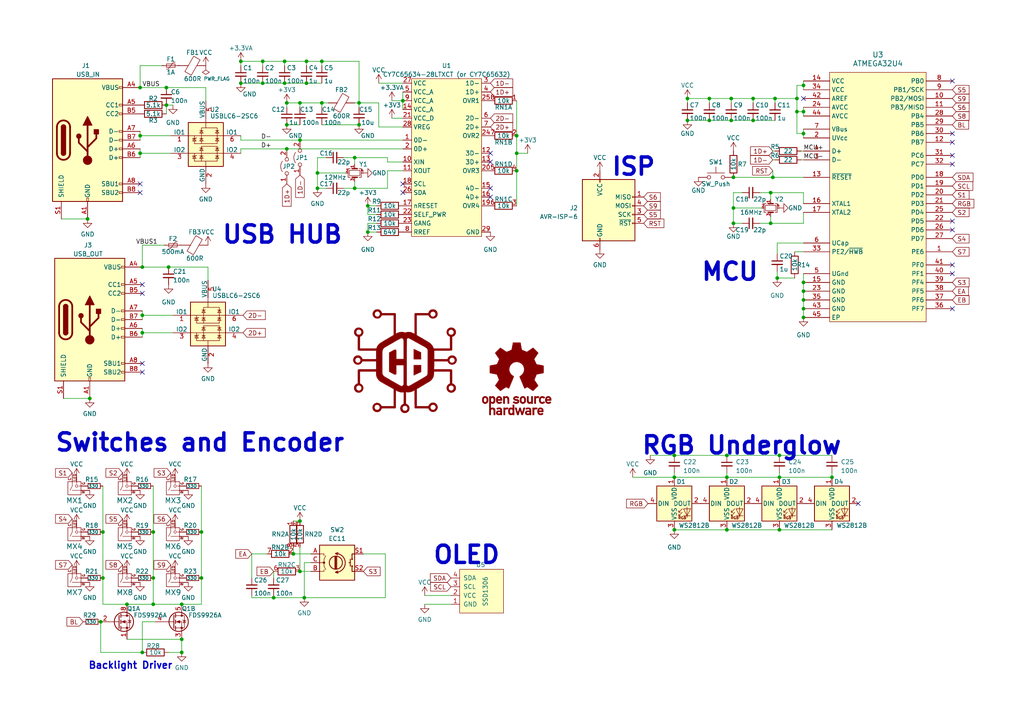
<source format=kicad_sch>
(kicad_sch (version 20211123) (generator eeschema)
  (paper "A4")
  (title_block (title "1337") (date "2021-05-25") (rev "3.0") (company "0xCB") (comment 1 "Conor Burns"))
  (junction (at 25.4 63.5) (diameter 0.9144))
  (junction (at 26.035 115.57) (diameter 0.9144))
  (junction (at 29.21 180.34) (diameter 0.9144))
  (junction (at 29.845 154.305) (diameter 0.9144))
  (junction (at 29.845 167.64) (diameter 0.9144))
  (junction (at 36.83 175.26) (diameter 0.9144))
  (junction (at 40.64 25.4) (diameter 0.9144))
  (junction (at 40.64 39.37) (diameter 0.9144))
  (junction (at 40.64 44.45) (diameter 0.9144))
  (junction (at 41.275 77.47) (diameter 0.9144))
  (junction (at 41.275 91.44) (diameter 0.9144))
  (junction (at 41.275 96.52) (diameter 0.9144))
  (junction (at 41.275 189.23) (diameter 0.9144))
  (junction (at 44.45 154.305) (diameter 0.9144))
  (junction (at 44.45 167.64) (diameter 0.9144))
  (junction (at 44.45 175.26) (diameter 0.9144))
  (junction (at 48.26 25.4) (diameter 0.9144))
  (junction (at 48.26 30.48) (diameter 0.9144))
  (junction (at 48.895 77.47) (diameter 0.9144))
  (junction (at 52.705 175.26) (diameter 0.9144))
  (junction (at 52.705 185.42) (diameter 0.9144))
  (junction (at 52.705 189.23) (diameter 0.9144))
  (junction (at 58.42 154.305) (diameter 0.9144))
  (junction (at 58.42 167.64) (diameter 0.9144))
  (junction (at 69.85 17.78) (diameter 0.9144))
  (junction (at 69.85 24.13) (diameter 0.9144))
  (junction (at 76.2 17.78) (diameter 0.9144))
  (junction (at 76.2 24.13) (diameter 0.9144))
  (junction (at 79.375 173.355) (diameter 0.9144))
  (junction (at 82.55 17.78) (diameter 0.9144))
  (junction (at 82.55 24.13) (diameter 0.9144))
  (junction (at 83.185 29.845) (diameter 0.9144))
  (junction (at 83.185 36.195) (diameter 0.9144))
  (junction (at 83.185 43.18) (diameter 0.9144))
  (junction (at 85.09 160.655) (diameter 0.9144))
  (junction (at 86.995 29.845) (diameter 0.9144))
  (junction (at 86.995 40.64) (diameter 0.9144))
  (junction (at 86.995 151.13) (diameter 0.9144))
  (junction (at 86.995 165.735) (diameter 0.9144))
  (junction (at 88.265 173.355) (diameter 0.9144))
  (junction (at 88.9 17.78) (diameter 0.9144))
  (junction (at 88.9 24.13) (diameter 0.9144))
  (junction (at 92.075 50.165) (diameter 0.9144))
  (junction (at 92.075 54.61) (diameter 0.9144))
  (junction (at 93.345 17.78) (diameter 0.9144))
  (junction (at 93.345 29.845) (diameter 0.9144))
  (junction (at 102.87 45.72) (diameter 0.9144))
  (junction (at 102.87 54.61) (diameter 0.9144))
  (junction (at 104.14 29.845) (diameter 0.9144))
  (junction (at 104.14 36.195) (diameter 0.9144))
  (junction (at 106.68 59.69) (diameter 0.9144))
  (junction (at 106.68 67.31) (diameter 0.9144))
  (junction (at 116.84 29.21) (diameter 0.9144))
  (junction (at 149.86 39.37) (diameter 0.9144))
  (junction (at 149.86 44.45) (diameter 0.9144))
  (junction (at 149.86 49.53) (diameter 0.9144))
  (junction (at 195.58 132.08) (diameter 0.9144))
  (junction (at 195.58 138.43) (diameter 0.9144))
  (junction (at 195.58 153.67) (diameter 0.9144))
  (junction (at 199.39 28.575) (diameter 0.9144))
  (junction (at 199.39 34.925) (diameter 0.9144))
  (junction (at 205.74 28.575) (diameter 0.9144))
  (junction (at 205.74 34.925) (diameter 0.9144))
  (junction (at 210.82 132.08) (diameter 0.9144))
  (junction (at 210.82 138.43) (diameter 0.9144))
  (junction (at 210.82 153.67) (diameter 0.9144))
  (junction (at 212.09 28.575) (diameter 0.9144))
  (junction (at 212.09 34.925) (diameter 0.9144))
  (junction (at 212.725 51.435) (diameter 0.9144))
  (junction (at 212.725 60.325) (diameter 0.9144))
  (junction (at 212.725 64.77) (diameter 0.9144))
  (junction (at 218.44 28.575) (diameter 0.9144))
  (junction (at 218.44 34.925) (diameter 0.9144))
  (junction (at 223.52 55.88) (diameter 0.9144))
  (junction (at 223.52 64.77) (diameter 0.9144))
  (junction (at 224.155 51.435) (diameter 0.9144))
  (junction (at 224.79 28.575) (diameter 0.9144))
  (junction (at 225.425 80.645) (diameter 0.9144))
  (junction (at 226.06 132.08) (diameter 0.9144))
  (junction (at 226.06 138.43) (diameter 0.9144))
  (junction (at 226.06 153.67) (diameter 0.9144))
  (junction (at 231.14 28.575) (diameter 0.9144))
  (junction (at 231.14 32.385) (diameter 0.9144))
  (junction (at 233.045 24.765) (diameter 0.9144))
  (junction (at 233.045 32.385) (diameter 0.9144))
  (junction (at 233.045 38.735) (diameter 0.9144))
  (junction (at 233.045 81.915) (diameter 0.9144))
  (junction (at 233.045 84.455) (diameter 0.9144))
  (junction (at 233.045 86.995) (diameter 0.9144))
  (junction (at 233.045 89.535) (diameter 0.9144))
  (junction (at 233.045 92.075) (diameter 0.9144))
  (junction (at 241.3 138.43) (diameter 0.9144))
  (no_connect (at 40.64 53.34))
  (no_connect (at 40.64 55.88))
  (no_connect (at 41.275 82.55))
  (no_connect (at 41.275 85.09))
  (no_connect (at 41.275 105.41))
  (no_connect (at 41.275 107.95))
  (no_connect (at 116.84 53.34))
  (no_connect (at 116.84 55.88))
  (no_connect (at 142.24 44.45))
  (no_connect (at 142.24 46.99))
  (no_connect (at 142.24 54.61))
  (no_connect (at 142.24 57.15))
  (no_connect (at 233.045 28.575))
  (no_connect (at 248.92 146.05))
  (no_connect (at 276.225 23.495))
  (no_connect (at 276.225 38.735))
  (no_connect (at 276.225 41.275))
  (no_connect (at 276.225 45.085))
  (no_connect (at 276.225 47.625))
  (no_connect (at 276.225 64.135))
  (no_connect (at 276.225 66.675))
  (no_connect (at 276.225 76.835))
  (no_connect (at 276.225 79.375))
  (no_connect (at 276.225 89.535))
  (wire (pts (xy 17.78 63.5) (xy 25.4 63.5)))
  (wire (pts (xy 18.415 115.57) (xy 26.035 115.57)))
  (wire (pts (xy 29.21 189.23) (xy 29.21 180.34)))
  (wire (pts (xy 29.845 140.97) (xy 29.845 154.305)))
  (wire (pts (xy 29.845 154.305) (xy 29.845 167.64)))
  (wire (pts (xy 29.845 167.64) (xy 29.845 175.26)))
  (wire (pts (xy 29.845 175.26) (xy 36.83 175.26)))
  (wire (pts (xy 36.83 175.26) (xy 44.45 175.26)))
  (wire (pts (xy 36.83 185.42) (xy 52.705 185.42)))
  (wire (pts (xy 40.64 19.05) (xy 40.64 25.4)))
  (wire (pts (xy 40.64 19.05) (xy 46.99 19.05)))
  (wire (pts (xy 40.64 25.4) (xy 48.26 25.4)))
  (wire (pts (xy 40.64 38.1) (xy 40.64 39.37)))
  (wire (pts (xy 40.64 39.37) (xy 40.64 40.64)))
  (wire (pts (xy 40.64 39.37) (xy 49.53 39.37)))
  (wire (pts (xy 40.64 43.18) (xy 40.64 44.45)))
  (wire (pts (xy 40.64 44.45) (xy 40.64 45.72)))
  (wire (pts (xy 40.64 44.45) (xy 49.53 44.45)))
  (wire (pts (xy 41.275 71.12) (xy 41.275 77.47)))
  (wire (pts (xy 41.275 71.12) (xy 47.625 71.12)))
  (wire (pts (xy 41.275 77.47) (xy 48.895 77.47)))
  (wire (pts (xy 41.275 90.17) (xy 41.275 91.44)))
  (wire (pts (xy 41.275 91.44) (xy 41.275 92.71)))
  (wire (pts (xy 41.275 91.44) (xy 50.165 91.44)))
  (wire (pts (xy 41.275 95.25) (xy 41.275 96.52)))
  (wire (pts (xy 41.275 96.52) (xy 41.275 97.79)))
  (wire (pts (xy 41.275 96.52) (xy 50.165 96.52)))
  (wire (pts (xy 41.275 180.34) (xy 41.275 189.23)))
  (wire (pts (xy 41.275 180.34) (xy 45.085 180.34)))
  (wire (pts (xy 41.275 189.23) (xy 29.21 189.23)))
  (wire (pts (xy 44.45 140.97) (xy 44.45 154.305)))
  (wire (pts (xy 44.45 154.305) (xy 44.45 167.64)))
  (wire (pts (xy 44.45 175.26) (xy 44.45 167.64)))
  (wire (pts (xy 48.26 25.4) (xy 59.69 25.4)))
  (wire (pts (xy 48.26 30.48) (xy 48.26 33.02)))
  (wire (pts (xy 48.26 30.48) (xy 50.165 30.48)))
  (wire (pts (xy 48.895 77.47) (xy 60.325 77.47)))
  (wire (pts (xy 48.895 189.23) (xy 52.705 189.23)))
  (wire (pts (xy 52.705 175.26) (xy 44.45 175.26)))
  (wire (pts (xy 52.705 189.23) (xy 52.705 185.42)))
  (wire (pts (xy 58.42 140.97) (xy 58.42 154.305)))
  (wire (pts (xy 58.42 154.305) (xy 58.42 167.64)))
  (wire (pts (xy 58.42 167.64) (xy 58.42 175.26)))
  (wire (pts (xy 58.42 175.26) (xy 52.705 175.26)))
  (wire (pts (xy 59.69 29.21) (xy 59.69 25.4)))
  (wire (pts (xy 60.325 81.28) (xy 60.325 77.47)))
  (wire (pts (xy 69.85 17.78) (xy 69.85 19.05)))
  (wire (pts (xy 69.85 17.78) (xy 76.2 17.78)))
  (wire (pts (xy 69.85 24.13) (xy 76.2 24.13)))
  (wire (pts (xy 69.85 39.37) (xy 69.85 40.64)))
  (wire (pts (xy 69.85 40.64) (xy 86.995 40.64)))
  (wire (pts (xy 69.85 43.18) (xy 69.85 44.45)))
  (wire (pts (xy 69.85 43.18) (xy 83.185 43.18)))
  (wire (pts (xy 73.025 160.655) (xy 77.47 160.655)))
  (wire (pts (xy 73.025 167.64) (xy 73.025 160.655)))
  (wire (pts (xy 73.025 172.72) (xy 73.025 173.355)))
  (wire (pts (xy 73.025 173.355) (xy 79.375 173.355)))
  (wire (pts (xy 76.2 17.78) (xy 76.2 19.05)))
  (wire (pts (xy 76.2 17.78) (xy 82.55 17.78)))
  (wire (pts (xy 76.2 24.13) (xy 82.55 24.13)))
  (wire (pts (xy 79.375 165.735) (xy 79.375 167.64)))
  (wire (pts (xy 79.375 172.72) (xy 79.375 173.355)))
  (wire (pts (xy 79.375 173.355) (xy 88.265 173.355)))
  (wire (pts (xy 82.55 17.78) (xy 82.55 19.05)))
  (wire (pts (xy 82.55 17.78) (xy 88.9 17.78)))
  (wire (pts (xy 82.55 24.13) (xy 88.9 24.13)))
  (wire (pts (xy 83.185 29.845) (xy 86.995 29.845)))
  (wire (pts (xy 83.185 31.115) (xy 83.185 29.845)))
  (wire (pts (xy 83.185 36.195) (xy 86.995 36.195)))
  (wire (pts (xy 83.185 43.18) (xy 116.84 43.18)))
  (wire (pts (xy 85.09 151.13) (xy 86.995 151.13)))
  (wire (pts (xy 85.09 158.75) (xy 85.09 160.655)))
  (wire (pts (xy 85.09 160.655) (xy 90.17 160.655)))
  (wire (pts (xy 86.995 29.845) (xy 93.345 29.845)))
  (wire (pts (xy 86.995 31.115) (xy 86.995 29.845)))
  (wire (pts (xy 86.995 40.64) (xy 116.84 40.64)))
  (wire (pts (xy 86.995 158.75) (xy 86.995 165.735)))
  (wire (pts (xy 86.995 165.735) (xy 90.17 165.735)))
  (wire (pts (xy 88.265 163.195) (xy 88.265 173.355)))
  (wire (pts (xy 88.265 163.195) (xy 90.17 163.195)))
  (wire (pts (xy 88.265 173.355) (xy 111.76 173.355)))
  (wire (pts (xy 88.9 17.78) (xy 93.345 17.78)))
  (wire (pts (xy 88.9 19.05) (xy 88.9 17.78)))
  (wire (pts (xy 88.9 24.13) (xy 93.345 24.13)))
  (wire (pts (xy 92.075 45.72) (xy 92.075 50.165)))
  (wire (pts (xy 92.075 45.72) (xy 94.615 45.72)))
  (wire (pts (xy 92.075 50.165) (xy 92.075 54.61)))
  (wire (pts (xy 92.075 50.165) (xy 100.33 50.165)))
  (wire (pts (xy 92.075 54.61) (xy 94.615 54.61)))
  (wire (pts (xy 93.345 17.78) (xy 104.14 17.78)))
  (wire (pts (xy 93.345 19.05) (xy 93.345 17.78)))
  (wire (pts (xy 93.345 29.845) (xy 95.25 29.845)))
  (wire (pts (xy 93.345 31.115) (xy 93.345 29.845)))
  (wire (pts (xy 93.345 36.195) (xy 104.14 36.195)))
  (wire (pts (xy 99.695 45.72) (xy 102.87 45.72)))
  (wire (pts (xy 102.87 29.845) (xy 104.14 29.845)))
  (wire (pts (xy 102.87 45.72) (xy 102.87 47.625)))
  (wire (pts (xy 102.87 52.705) (xy 102.87 54.61)))
  (wire (pts (xy 102.87 54.61) (xy 99.695 54.61)))
  (wire (pts (xy 104.14 29.845) (xy 104.14 17.78)))
  (wire (pts (xy 104.14 29.845) (xy 104.14 31.115)))
  (wire (pts (xy 106.68 59.69) (xy 109.22 59.69)))
  (wire (pts (xy 106.68 62.23) (xy 106.68 59.69)))
  (wire (pts (xy 106.68 64.77) (xy 106.68 67.31)))
  (wire (pts (xy 106.68 67.31) (xy 109.22 67.31)))
  (wire (pts (xy 109.22 62.23) (xy 106.68 62.23)))
  (wire (pts (xy 109.22 64.77) (xy 106.68 64.77)))
  (wire (pts (xy 109.855 29.845) (xy 104.14 29.845)))
  (wire (pts (xy 109.855 36.83) (xy 109.855 29.845)))
  (wire (pts (xy 111.76 160.655) (xy 105.41 160.655)))
  (wire (pts (xy 111.76 173.355) (xy 111.76 160.655)))
  (wire (pts (xy 112.395 45.72) (xy 102.87 45.72)))
  (wire (pts (xy 112.395 46.99) (xy 112.395 45.72)))
  (wire (pts (xy 112.395 49.53) (xy 112.395 54.61)))
  (wire (pts (xy 112.395 49.53) (xy 116.84 49.53)))
  (wire (pts (xy 112.395 54.61) (xy 102.87 54.61)))
  (wire (pts (xy 113.665 29.21) (xy 116.84 29.21)))
  (wire (pts (xy 113.665 34.29) (xy 116.84 34.29)))
  (wire (pts (xy 116.84 24.13) (xy 109.855 24.13)))
  (wire (pts (xy 116.84 26.67) (xy 116.84 29.21)))
  (wire (pts (xy 116.84 29.21) (xy 116.84 31.75)))
  (wire (pts (xy 116.84 36.83) (xy 109.855 36.83)))
  (wire (pts (xy 116.84 46.99) (xy 112.395 46.99)))
  (wire (pts (xy 123.19 172.72) (xy 130.81 172.72)))
  (wire (pts (xy 123.19 175.26) (xy 130.81 175.26)))
  (wire (pts (xy 149.86 29.21) (xy 149.86 39.37)))
  (wire (pts (xy 149.86 39.37) (xy 149.86 44.45)))
  (wire (pts (xy 149.86 44.45) (xy 149.86 49.53)))
  (wire (pts (xy 149.86 44.45) (xy 153.035 44.45)))
  (wire (pts (xy 149.86 49.53) (xy 149.86 59.69)))
  (wire (pts (xy 183.515 138.43) (xy 195.58 138.43)))
  (wire (pts (xy 188.595 132.08) (xy 195.58 132.08)))
  (wire (pts (xy 195.58 132.08) (xy 210.82 132.08)))
  (wire (pts (xy 195.58 137.16) (xy 195.58 138.43)))
  (wire (pts (xy 195.58 138.43) (xy 210.82 138.43)))
  (wire (pts (xy 195.58 153.67) (xy 210.82 153.67)))
  (wire (pts (xy 199.39 28.575) (xy 205.74 28.575)))
  (wire (pts (xy 199.39 29.845) (xy 199.39 28.575)))
  (wire (pts (xy 199.39 34.925) (xy 205.74 34.925)))
  (wire (pts (xy 205.74 28.575) (xy 212.09 28.575)))
  (wire (pts (xy 205.74 29.845) (xy 205.74 28.575)))
  (wire (pts (xy 205.74 34.925) (xy 212.09 34.925)))
  (wire (pts (xy 210.82 132.08) (xy 226.06 132.08)))
  (wire (pts (xy 210.82 137.16) (xy 210.82 138.43)))
  (wire (pts (xy 210.82 138.43) (xy 226.06 138.43)))
  (wire (pts (xy 210.82 153.67) (xy 226.06 153.67)))
  (wire (pts (xy 212.09 28.575) (xy 212.09 29.845)))
  (wire (pts (xy 212.09 28.575) (xy 218.44 28.575)))
  (wire (pts (xy 212.09 34.925) (xy 218.44 34.925)))
  (wire (pts (xy 212.725 51.435) (xy 224.155 51.435)))
  (wire (pts (xy 212.725 55.88) (xy 212.725 60.325)))
  (wire (pts (xy 212.725 55.88) (xy 215.265 55.88)))
  (wire (pts (xy 212.725 60.325) (xy 212.725 64.77)))
  (wire (pts (xy 212.725 60.325) (xy 220.98 60.325)))
  (wire (pts (xy 212.725 64.77) (xy 215.265 64.77)))
  (wire (pts (xy 218.44 28.575) (xy 218.44 29.845)))
  (wire (pts (xy 218.44 28.575) (xy 224.79 28.575)))
  (wire (pts (xy 218.44 34.925) (xy 224.79 34.925)))
  (wire (pts (xy 220.345 55.88) (xy 223.52 55.88)))
  (wire (pts (xy 223.52 55.88) (xy 223.52 57.785)))
  (wire (pts (xy 223.52 62.865) (xy 223.52 64.77)))
  (wire (pts (xy 223.52 64.77) (xy 220.345 64.77)))
  (wire (pts (xy 224.155 43.815) (xy 224.79 43.815)))
  (wire (pts (xy 224.155 46.355) (xy 224.79 46.355)))
  (wire (pts (xy 224.155 49.53) (xy 224.155 51.435)))
  (wire (pts (xy 224.155 51.435) (xy 233.045 51.435)))
  (wire (pts (xy 224.79 28.575) (xy 224.79 29.845)))
  (wire (pts (xy 224.79 28.575) (xy 231.14 28.575)))
  (wire (pts (xy 225.425 70.485) (xy 233.045 70.485)))
  (wire (pts (xy 225.425 73.66) (xy 225.425 70.485)))
  (wire (pts (xy 225.425 78.74) (xy 225.425 80.645)))
  (wire (pts (xy 225.425 80.645) (xy 230.505 80.645)))
  (wire (pts (xy 226.06 132.08) (xy 241.3 132.08)))
  (wire (pts (xy 226.06 137.16) (xy 226.06 138.43)))
  (wire (pts (xy 226.06 138.43) (xy 241.3 138.43)))
  (wire (pts (xy 226.06 153.67) (xy 241.3 153.67)))
  (wire (pts (xy 230.505 73.025) (xy 233.045 73.025)))
  (wire (pts (xy 231.14 24.765) (xy 233.045 24.765)))
  (wire (pts (xy 231.14 28.575) (xy 231.14 24.765)))
  (wire (pts (xy 231.14 28.575) (xy 231.14 32.385)))
  (wire (pts (xy 231.14 32.385) (xy 231.14 38.735)))
  (wire (pts (xy 231.14 38.735) (xy 233.045 38.735)))
  (wire (pts (xy 232.41 43.815) (xy 233.045 43.815)))
  (wire (pts (xy 232.41 46.355) (xy 233.045 46.355)))
  (wire (pts (xy 233.045 23.495) (xy 233.045 24.765)))
  (wire (pts (xy 233.045 24.765) (xy 233.045 26.035)))
  (wire (pts (xy 233.045 32.385) (xy 231.14 32.385)))
  (wire (pts (xy 233.045 32.385) (xy 233.045 31.115)))
  (wire (pts (xy 233.045 32.385) (xy 233.045 33.655)))
  (wire (pts (xy 233.045 37.465) (xy 233.045 38.735)))
  (wire (pts (xy 233.045 38.735) (xy 233.045 40.005)))
  (wire (pts (xy 233.045 55.88) (xy 223.52 55.88)))
  (wire (pts (xy 233.045 59.055) (xy 233.045 55.88)))
  (wire (pts (xy 233.045 61.595) (xy 233.045 64.77)))
  (wire (pts (xy 233.045 64.77) (xy 223.52 64.77)))
  (wire (pts (xy 233.045 79.375) (xy 233.045 81.915)))
  (wire (pts (xy 233.045 81.915) (xy 233.045 84.455)))
  (wire (pts (xy 233.045 84.455) (xy 233.045 86.995)))
  (wire (pts (xy 233.045 86.995) (xy 233.045 89.535)))
  (wire (pts (xy 233.045 89.535) (xy 233.045 92.075)))
  (wire (pts (xy 241.3 137.16) (xy 241.3 138.43)))
  (text "Backlight Driver\n" (at 50.165 194.31 180) (effects (font (size 2 2) (thickness 0.4) bold) (justify right bottom)))
  (text "USB HUB" (at 99.695 71.12 180) (effects (font (size 5 5) (thickness 1) bold) (justify right bottom)))
  (text "Switches and Encoder\n" (at 100.33 131.445 180) (effects (font (size 5 5) (thickness 1) bold) (justify right bottom)))
  (text "OLED\n\n" (at 145.415 172.085 180) (effects (font (size 5 5) (thickness 1) bold) (justify right bottom)))
  (text "ISP\n" (at 190.5 51.435 180) (effects (font (size 5 5) (thickness 1) bold) (justify right bottom)))
  (text "MCU\n" (at 220.345 81.915 180) (effects (font (size 5 5) (thickness 1) bold) (justify right bottom)))
  (text "RGB Underglow\n\n" (at 244.475 140.335 180) (effects (font (size 5 5) (thickness 1) bold) (justify right bottom)))
  (label "VBUS1" (at 45.72 71.12 180))
  (label "VBUS" (at 46.355 25.4 180))
  (label "D-" (at 78.74 40.64 180))
  (label "D+" (at 78.74 43.18 180))
  (label "MCU+" (at 233.045 43.815 0))
  (label "MCU-" (at 233.045 46.355 0))
  (global_label "S1" (shape input) (at 20.955 137.16 180) (property "Intersheet References" "${INTERSHEET_REFS}" (effects hide)))
  (global_label "S4" (shape input) (at 20.955 150.495 180) (property "Intersheet References" "${INTERSHEET_REFS}" (effects hide)))
  (global_label "S7" (shape input) (at 20.955 163.83 180) (property "Intersheet References" "${INTERSHEET_REFS}" (effects hide)))
  (global_label "BL" (shape input) (at 24.13 180.34 180) (property "Intersheet References" "${INTERSHEET_REFS}" (effects hide)))
  (global_label "S2" (shape input) (at 35.56 137.16 180) (property "Intersheet References" "${INTERSHEET_REFS}" (effects hide)))
  (global_label "S5" (shape input) (at 35.56 150.495 180) (property "Intersheet References" "${INTERSHEET_REFS}" (effects hide)))
  (global_label "S8" (shape input) (at 35.56 163.83 180) (property "Intersheet References" "${INTERSHEET_REFS}" (effects hide)))
  (global_label "S3" (shape input) (at 49.53 137.16 180) (property "Intersheet References" "${INTERSHEET_REFS}" (effects hide)))
  (global_label "S6" (shape input) (at 49.53 150.495 180) (property "Intersheet References" "${INTERSHEET_REFS}" (effects hide)))
  (global_label "S9" (shape input) (at 49.53 163.83 180) (property "Intersheet References" "${INTERSHEET_REFS}" (effects hide)))
  (global_label "2D-" (shape input) (at 70.485 91.44 0) (property "Intersheet References" "${INTERSHEET_REFS}" (effects hide)))
  (global_label "2D+" (shape input) (at 70.485 96.52 0) (property "Intersheet References" "${INTERSHEET_REFS}" (effects hide)))
  (global_label "EA" (shape input) (at 73.025 160.655 180) (property "Intersheet References" "${INTERSHEET_REFS}" (effects hide)))
  (global_label "EB" (shape input) (at 79.375 165.735 180) (property "Intersheet References" "${INTERSHEET_REFS}" (effects hide)))
  (global_label "1D+" (shape input) (at 83.185 53.34 270) (property "Intersheet References" "${INTERSHEET_REFS}" (effects hide)))
  (global_label "1D-" (shape input) (at 86.995 50.8 270) (property "Intersheet References" "${INTERSHEET_REFS}" (effects hide)))
  (global_label "S3" (shape input) (at 105.41 165.735 0) (property "Intersheet References" "${INTERSHEET_REFS}" (effects hide)))
  (global_label "SDA" (shape input) (at 130.81 167.64 180) (property "Intersheet References" "${INTERSHEET_REFS}" (effects hide)))
  (global_label "SCL" (shape input) (at 130.81 170.18 180) (property "Intersheet References" "${INTERSHEET_REFS}" (effects hide)))
  (global_label "1D-" (shape input) (at 142.24 24.13 0) (property "Intersheet References" "${INTERSHEET_REFS}" (effects hide)))
  (global_label "1D+" (shape input) (at 142.24 26.67 0) (property "Intersheet References" "${INTERSHEET_REFS}" (effects hide)))
  (global_label "2D-" (shape input) (at 142.24 34.29 0) (property "Intersheet References" "${INTERSHEET_REFS}" (effects hide)))
  (global_label "2D+" (shape input) (at 142.24 36.83 0) (property "Intersheet References" "${INTERSHEET_REFS}" (effects hide)))
  (global_label "S6" (shape input) (at 186.69 57.15 0) (property "Intersheet References" "${INTERSHEET_REFS}" (effects hide)))
  (global_label "S9" (shape input) (at 186.69 59.69 0) (property "Intersheet References" "${INTERSHEET_REFS}" (effects hide)))
  (global_label "S5" (shape input) (at 186.69 62.23 0) (property "Intersheet References" "${INTERSHEET_REFS}" (effects hide)))
  (global_label "RST" (shape input) (at 186.69 64.77 0) (property "Intersheet References" "${INTERSHEET_REFS}" (effects hide)))
  (global_label "RGB" (shape input) (at 187.96 146.05 180) (property "Intersheet References" "${INTERSHEET_REFS}" (effects hide)))
  (global_label "1D+" (shape input) (at 224.155 43.815 180) (property "Intersheet References" "${INTERSHEET_REFS}" (effects hide)))
  (global_label "1D-" (shape input) (at 224.155 46.355 180) (property "Intersheet References" "${INTERSHEET_REFS}" (effects hide)))
  (global_label "RST" (shape input) (at 224.155 49.53 180) (property "Intersheet References" "${INTERSHEET_REFS}" (effects hide)))
  (global_label "S5" (shape input) (at 276.225 26.035 0) (property "Intersheet References" "${INTERSHEET_REFS}" (effects hide)))
  (global_label "S9" (shape input) (at 276.225 28.575 0) (property "Intersheet References" "${INTERSHEET_REFS}" (effects hide)))
  (global_label "S6" (shape input) (at 276.225 31.115 0) (property "Intersheet References" "${INTERSHEET_REFS}" (effects hide)))
  (global_label "S8" (shape input) (at 276.225 33.655 0) (property "Intersheet References" "${INTERSHEET_REFS}" (effects hide)))
  (global_label "BL" (shape input) (at 276.225 36.195 0) (property "Intersheet References" "${INTERSHEET_REFS}" (effects hide)))
  (global_label "SDA" (shape input) (at 276.225 51.435 0) (property "Intersheet References" "${INTERSHEET_REFS}" (effects hide)))
  (global_label "SCL" (shape input) (at 276.225 53.975 0) (property "Intersheet References" "${INTERSHEET_REFS}" (effects hide)))
  (global_label "S1" (shape input) (at 276.225 56.515 0) (property "Intersheet References" "${INTERSHEET_REFS}" (effects hide)))
  (global_label "RGB" (shape input) (at 276.225 59.055 0) (property "Intersheet References" "${INTERSHEET_REFS}" (effects hide)))
  (global_label "S2" (shape input) (at 276.225 61.595 0) (property "Intersheet References" "${INTERSHEET_REFS}" (effects hide)))
  (global_label "S4" (shape input) (at 276.225 69.215 0) (property "Intersheet References" "${INTERSHEET_REFS}" (effects hide)))
  (global_label "S7" (shape input) (at 276.225 73.025 0) (property "Intersheet References" "${INTERSHEET_REFS}" (effects hide)))
  (global_label "S3" (shape input) (at 276.225 81.915 0) (property "Intersheet References" "${INTERSHEET_REFS}" (effects hide)))
  (global_label "EA" (shape input) (at 276.225 84.455 0) (property "Intersheet References" "${INTERSHEET_REFS}" (effects hide)))
  (global_label "EB" (shape input) (at 276.225 86.995 0) (property "Intersheet References" "${INTERSHEET_REFS}" (effects hide)))
  (symbol (lib_id "power:VCC") (at 22.225 138.43 0) (unit 1)
    (property "Reference" "#PWR032" (effects hide))
    (property "Value" "VCC" (at 22.225 134.62 0))
  )
  (symbol (lib_id "power:VCC") (at 22.225 151.765 0) (unit 1)
    (property "Reference" "#PWR040" (effects hide))
    (property "Value" "VCC" (at 22.225 147.955 0))
  )
  (symbol (lib_id "power:VCC") (at 22.225 165.1 0) (unit 1)
    (property "Reference" "#PWR047" (effects hide))
    (property "Value" "VCC" (at 22.225 161.29 0))
  )
  (symbol (lib_id "power:VCC") (at 36.83 138.43 0) (unit 1)
    (property "Reference" "#PWR033" (effects hide))
    (property "Value" "VCC" (at 36.83 134.62 0))
  )
  (symbol (lib_id "power:VCC") (at 36.83 151.765 0) (unit 1)
    (property "Reference" "#PWR041" (effects hide))
    (property "Value" "VCC" (at 36.83 147.955 0))
  )
  (symbol (lib_id "power:VCC") (at 36.83 165.1 0) (unit 1)
    (property "Reference" "#PWR048" (effects hide))
    (property "Value" "VCC" (at 36.83 161.29 0))
  )
  (symbol (lib_id "power:VCC") (at 50.8 138.43 0) (unit 1)
    (property "Reference" "#PWR034" (effects hide))
    (property "Value" "VCC" (at 50.8 134.62 0))
  )
  (symbol (lib_id "power:VCC") (at 50.8 151.765 0) (unit 1)
    (property "Reference" "#PWR042" (effects hide))
    (property "Value" "VCC" (at 50.8 147.955 0))
  )
  (symbol (lib_id "power:VCC") (at 50.8 165.1 0) (unit 1)
    (property "Reference" "#PWR049" (effects hide))
    (property "Value" "VCC" (at 50.8 161.29 0))
  )
  (symbol (lib_id "power:VCC") (at 59.69 19.05 0) (unit 1)
    (property "Reference" "#PWR02" (effects hide))
    (property "Value" "VCC" (at 59.69 15.24 0))
  )
  (symbol (lib_id "power:VCC") (at 60.325 71.12 0) (unit 1)
    (property "Reference" "#PWR025" (effects hide))
    (property "Value" "VCC" (at 60.325 67.31 0))
  )
  (symbol (lib_id "power:+3.3VA") (at 69.85 17.78 0) (unit 1)
    (property "Reference" "#PWR01" (effects hide))
    (property "Value" "+3.3VA" (at 69.85 13.97 0))
  )
  (symbol (lib_id "power:+3.3V") (at 83.185 29.845 0) (unit 1)
    (property "Reference" "#PWR06" (effects hide))
    (property "Value" "+3.3V" (at 83.185 26.035 0))
  )
  (symbol (lib_id "power:VCC") (at 86.995 151.13 0) (unit 1)
    (property "Reference" "#PWR039" (effects hide))
    (property "Value" "VCC" (at 86.995 147.32 0))
  )
  (symbol (lib_id "power:+3.3V") (at 106.68 59.69 0) (unit 1)
    (property "Reference" "#PWR019" (effects hide))
    (property "Value" "+3.3V" (at 106.68 55.88 0))
  )
  (symbol (lib_id "power:VCC") (at 109.855 24.13 0) (unit 1)
    (property "Reference" "#PWR0101" (effects hide))
    (property "Value" "VCC" (at 109.855 20.32 0))
  )
  (symbol (lib_id "power:+3.3VA") (at 113.665 29.21 0) (unit 1)
    (property "Reference" "#PWR05" (effects hide))
    (property "Value" "+3.3VA" (at 113.665 25.4 0))
  )
  (symbol (lib_id "power:+3.3V") (at 113.665 34.29 0) (unit 1)
    (property "Reference" "#PWR08" (effects hide))
    (property "Value" "+3.3V" (at 113.665 30.48 0))
  )
  (symbol (lib_id "power:VCC") (at 123.19 172.72 0) (unit 1)
    (property "Reference" "#PWR053" (effects hide))
    (property "Value" "VCC" (at 123.19 168.91 0))
  )
  (symbol (lib_id "power:+3.3V") (at 153.035 44.45 0) (unit 1)
    (property "Reference" "#PWR013" (effects hide))
    (property "Value" "+3.3V" (at 153.035 40.64 0))
  )
  (symbol (lib_id "power:VCC") (at 173.99 49.53 0) (unit 1)
    (property "Reference" "#PWR014" (effects hide))
    (property "Value" "VCC" (at 173.99 45.72 0))
  )
  (symbol (lib_id "power:VCC") (at 183.515 138.43 0) (unit 1)
    (property "Reference" "#PWR035" (effects hide))
    (property "Value" "VCC" (at 183.515 134.62 0))
  )
  (symbol (lib_id "power:VCC") (at 199.39 28.575 0) (unit 1)
    (property "Reference" "#PWR04" (effects hide))
    (property "Value" "VCC" (at 199.39 24.765 0))
  )
  (symbol (lib_id "power:VCC") (at 212.725 43.815 0) (unit 1)
    (property "Reference" "#PWR012" (effects hide))
    (property "Value" "VCC" (at 212.725 40.005 0))
  )
  (symbol (lib_id "power:PWR_FLAG") (at 59.69 19.05 180) (unit 1)
    (property "Reference" "#FLG0102" (effects hide))
    (property "Value" "PWR_FLAG" (at 62.865 22.86 0) (effects (font (size 1 1))))
  )
  (symbol (lib_id "power:GND") (at 25.4 63.5 0) (unit 1)
    (property "Reference" "#PWR021" (effects hide))
    (property "Value" "GND" (at 25.4 67.945 0))
  )
  (symbol (lib_id "power:GND") (at 26.035 115.57 0) (unit 1)
    (property "Reference" "#PWR0102" (effects hide))
    (property "Value" "GND" (at 26.035 120.015 0))
  )
  (symbol (lib_id "power:GND") (at 26.035 142.24 0) (unit 1)
    (property "Reference" "#PWR036" (effects hide))
    (property "Value" "GND" (at 26.035 146.685 0))
  )
  (symbol (lib_id "power:GND") (at 26.035 155.575 0) (unit 1)
    (property "Reference" "#PWR044" (effects hide))
    (property "Value" "GND" (at 26.035 160.02 0))
  )
  (symbol (lib_id "power:GND") (at 26.035 168.91 0) (unit 1)
    (property "Reference" "#PWR050" (effects hide))
    (property "Value" "GND" (at 26.035 173.355 0))
  )
  (symbol (lib_id "power:GND") (at 40.64 142.24 0) (unit 1)
    (property "Reference" "#PWR037" (effects hide))
    (property "Value" "GND" (at 40.64 146.685 0))
  )
  (symbol (lib_id "power:GND") (at 40.64 155.575 0) (unit 1)
    (property "Reference" "#PWR045" (effects hide))
    (property "Value" "GND" (at 40.64 160.02 0))
  )
  (symbol (lib_id "power:GND") (at 40.64 168.91 0) (unit 1)
    (property "Reference" "#PWR051" (effects hide))
    (property "Value" "GND" (at 40.64 173.355 0))
  )
  (symbol (lib_id "power:GND") (at 48.895 82.55 0) (unit 1)
    (property "Reference" "#PWR028" (effects hide))
    (property "Value" "GND" (at 48.895 87.63 0))
  )
  (symbol (lib_id "power:GND") (at 50.165 30.48 0) (unit 1)
    (property "Reference" "#PWR07" (effects hide))
    (property "Value" "GND" (at 50.165 35.56 0))
  )
  (symbol (lib_id "power:GND") (at 52.705 189.23 0) (unit 1)
    (property "Reference" "#PWR056" (effects hide))
    (property "Value" "GND" (at 52.705 193.675 0))
  )
  (symbol (lib_id "power:GND") (at 54.61 142.24 0) (unit 1)
    (property "Reference" "#PWR038" (effects hide))
    (property "Value" "GND" (at 54.61 146.685 0))
  )
  (symbol (lib_id "power:GND") (at 54.61 155.575 0) (unit 1)
    (property "Reference" "#PWR046" (effects hide))
    (property "Value" "GND" (at 54.61 160.02 0))
  )
  (symbol (lib_id "power:GND") (at 54.61 168.91 0) (unit 1)
    (property "Reference" "#PWR052" (effects hide))
    (property "Value" "GND" (at 54.61 173.355 0))
  )
  (symbol (lib_id "power:GND") (at 59.69 53.34 0) (unit 1)
    (property "Reference" "#PWR017" (effects hide))
    (property "Value" "GND" (at 59.69 57.785 0))
  )
  (symbol (lib_id "power:GND") (at 60.325 105.41 0) (unit 1)
    (property "Reference" "#PWR030" (effects hide))
    (property "Value" "GND" (at 60.325 109.855 0))
  )
  (symbol (lib_id "power:GND") (at 69.85 24.13 0) (unit 1)
    (property "Reference" "#PWR03" (effects hide))
    (property "Value" "GND" (at 72.39 27.305 0))
  )
  (symbol (lib_id "power:GND") (at 83.185 36.195 0) (unit 1)
    (property "Reference" "#PWR010" (effects hide))
    (property "Value" "GND" (at 85.725 39.37 0))
  )
  (symbol (lib_id "power:GND") (at 88.265 173.355 0) (unit 1)
    (property "Reference" "#PWR054" (effects hide))
    (property "Value" "GND" (at 88.265 177.8 0))
  )
  (symbol (lib_id "power:GND") (at 92.075 54.61 0) (unit 1)
    (property "Reference" "#PWR018" (effects hide))
    (property "Value" "GND" (at 92.075 59.055 0))
  )
  (symbol (lib_id "power:GND") (at 104.14 36.195 0) (unit 1)
    (property "Reference" "#PWR011" (effects hide))
    (property "Value" "GND" (at 106.68 39.37 0))
  )
  (symbol (lib_id "power:GND") (at 105.41 50.165 90) (unit 1)
    (property "Reference" "#PWR015" (effects hide))
    (property "Value" "GND" (at 107.95 50.1649 90) (effects (justify right)))
  )
  (symbol (lib_id "power:GND") (at 106.68 67.31 0) (unit 1)
    (property "Reference" "#PWR023" (effects hide))
    (property "Value" "GND" (at 106.68 72.39 0))
  )
  (symbol (lib_id "power:GND") (at 123.19 175.26 0) (unit 1)
    (property "Reference" "#PWR055" (effects hide))
    (property "Value" "GND" (at 123.19 179.705 0))
  )
  (symbol (lib_id "power:GND") (at 142.24 67.31 0) (unit 1)
    (property "Reference" "#PWR024" (effects hide))
    (property "Value" "GND" (at 142.24 72.39 0))
  )
  (symbol (lib_id "power:GND") (at 173.99 72.39 0) (unit 1)
    (property "Reference" "#PWR026" (effects hide))
    (property "Value" "GND" (at 173.99 76.835 0))
  )
  (symbol (lib_id "power:GND") (at 188.595 132.08 0) (unit 1)
    (property "Reference" "#PWR031" (effects hide))
    (property "Value" "GND" (at 188.595 137.16 0))
  )
  (symbol (lib_id "power:GND") (at 195.58 153.67 0) (unit 1)
    (property "Reference" "#PWR043" (effects hide))
    (property "Value" "GND" (at 195.58 158.75 0))
  )
  (symbol (lib_id "power:GND") (at 199.39 34.925 0) (unit 1)
    (property "Reference" "#PWR09" (effects hide))
    (property "Value" "GND" (at 199.39 38.735 0))
  )
  (symbol (lib_id "power:GND") (at 202.565 51.435 0) (unit 1)
    (property "Reference" "#PWR016" (effects hide))
    (property "Value" "GND" (at 202.565 55.245 0))
  )
  (symbol (lib_id "power:GND") (at 212.725 64.77 0) (unit 1)
    (property "Reference" "#PWR022" (effects hide))
    (property "Value" "GND" (at 212.725 68.58 0))
  )
  (symbol (lib_id "power:GND") (at 225.425 80.645 0) (unit 1)
    (property "Reference" "#PWR027" (effects hide))
    (property "Value" "GND" (at 225.425 85.725 0))
  )
  (symbol (lib_id "power:GND") (at 226.06 60.325 90) (unit 1)
    (property "Reference" "#PWR020" (effects hide))
    (property "Value" "GND" (at 228.6 60.3249 90) (effects (justify right)))
  )
  (symbol (lib_id "power:GND") (at 233.045 92.075 0) (unit 1)
    (property "Reference" "#PWR029" (effects hide))
    (property "Value" "GND" (at 233.045 97.155 0))
  )
  (symbol (lib_id "Device:R_Small") (at 26.67 180.34 90) (unit 1)
    (property "Reference" "R29" (at 27.9399 178.435 90) (effects (justify left)))
    (property "Value" "330" (at 27.9399 180.34 90) (effects (font (size 1 1)) (justify left)))
    (property "Footprint" "Resistor_SMD:R_1206_3216Metric" (effects hide))
    (property "Alt Part Nb." "C104763" (effects hide))
    (property "Part Nb." "A130532CT-ND" (effects hide))
  )
  (symbol (lib_id "Device:R_Small") (at 27.305 140.97 90) (unit 1)
    (property "Reference" "R15" (at 28.5749 139.065 90) (effects (justify left)))
    (property "Value" "330" (at 28.5749 140.97 90) (effects (font (size 1 1)) (justify left)))
    (property "Footprint" "Resistor_SMD:R_1206_3216Metric" (effects hide))
    (property "Alt Part Nb." "C104763" (effects hide))
    (property "Part Nb." "A130532CT-ND" (effects hide))
  )
  (symbol (lib_id "Device:R_Small") (at 27.305 154.305 90) (unit 1)
    (property "Reference" "R18" (at 28.5749 152.4 90) (effects (justify left)))
    (property "Value" "330" (at 28.5749 154.305 90) (effects (font (size 1 1)) (justify left)))
    (property "Footprint" "Resistor_SMD:R_1206_3216Metric" (effects hide))
    (property "Alt Part Nb." "C104763" (effects hide))
    (property "Part Nb." "A130532CT-ND" (effects hide))
  )
  (symbol (lib_id "Device:R_Small") (at 27.305 167.64 90) (unit 1)
    (property "Reference" "R21" (at 28.5749 165.735 90) (effects (justify left)))
    (property "Value" "330" (at 28.5749 167.64 90) (effects (font (size 1 1)) (justify left)))
    (property "Footprint" "Resistor_SMD:R_1206_3216Metric" (effects hide))
    (property "Alt Part Nb." "C104763" (effects hide))
    (property "Part Nb." "A130532CT-ND" (effects hide))
  )
  (symbol (lib_id "Device:R_Small") (at 41.91 140.97 90) (unit 1)
    (property "Reference" "R16" (at 43.1799 139.065 90) (effects (justify left)))
    (property "Value" "330" (at 43.1799 140.97 90) (effects (font (size 1 1)) (justify left)))
    (property "Footprint" "Resistor_SMD:R_1206_3216Metric" (effects hide))
    (property "Alt Part Nb." "C104763" (effects hide))
    (property "Part Nb." "A130532CT-ND" (effects hide))
  )
  (symbol (lib_id "Device:R_Small") (at 41.91 154.305 90) (unit 1)
    (property "Reference" "R19" (at 43.1799 152.4 90) (effects (justify left)))
    (property "Value" "330" (at 43.1799 154.305 90) (effects (font (size 1 1)) (justify left)))
    (property "Footprint" "Resistor_SMD:R_1206_3216Metric" (effects hide))
    (property "Alt Part Nb." "C104763" (effects hide))
    (property "Part Nb." "A130532CT-ND" (effects hide))
  )
  (symbol (lib_id "Device:R_Small") (at 41.91 167.64 90) (unit 1)
    (property "Reference" "R22" (at 43.1799 165.735 90) (effects (justify left)))
    (property "Value" "330" (at 43.1799 167.64 90) (effects (font (size 1 1)) (justify left)))
    (property "Footprint" "Resistor_SMD:R_1206_3216Metric" (effects hide))
    (property "Alt Part Nb." "C104763" (effects hide))
    (property "Part Nb." "A130532CT-ND" (effects hide))
  )
  (symbol (lib_id "Device:R_Small") (at 55.88 140.97 90) (unit 1)
    (property "Reference" "R17" (at 57.1499 139.065 90) (effects (justify left)))
    (property "Value" "330" (at 57.1499 140.97 90) (effects (font (size 1 1)) (justify left)))
    (property "Footprint" "Resistor_SMD:R_1206_3216Metric" (effects hide))
    (property "Alt Part Nb." "C104763" (effects hide))
    (property "Part Nb." "A130532CT-ND" (effects hide))
  )
  (symbol (lib_id "Device:R_Small") (at 55.88 154.305 90) (unit 1)
    (property "Reference" "R20" (at 57.1499 152.4 90) (effects (justify left)))
    (property "Value" "330" (at 57.1499 154.305 90) (effects (font (size 1 1)) (justify left)))
    (property "Footprint" "Resistor_SMD:R_1206_3216Metric" (effects hide))
    (property "Alt Part Nb." "C104763" (effects hide))
    (property "Part Nb." "A130532CT-ND" (effects hide))
  )
  (symbol (lib_id "Device:R_Small") (at 55.88 167.64 90) (unit 1)
    (property "Reference" "R23" (at 57.1499 165.735 90) (effects (justify left)))
    (property "Value" "330" (at 57.1499 167.64 90) (effects (font (size 1 1)) (justify left)))
    (property "Footprint" "Resistor_SMD:R_1206_3216Metric" (effects hide))
    (property "Alt Part Nb." "C104763" (effects hide))
    (property "Part Nb." "A130532CT-ND" (effects hide))
  )
  (symbol (lib_id "Device:Polyfuse_Small") (at 49.53 19.05 90) (unit 1)
    (property "Reference" "F1" (at 49.53 17.145 90))
    (property "Value" "1A" (at 49.53 20.955 90))
    (property "Footprint" "0xcb:Fuse_0805_2012Metric" (effects hide))
    (property "Alt Part Nb." "C369150" (effects hide))
    (property "Part Nb." "507-1815-1-ND" (effects hide))
  )
  (symbol (lib_id "Device:Polyfuse_Small") (at 50.165 71.12 90) (unit 1)
    (property "Reference" "F2" (at 50.165 69.215 90))
    (property "Value" "500mA" (at 50.165 73.025 90))
    (property "Footprint" "0xcb:Fuse_0805_2012Metric" (effects hide))
    (property "Alt Part Nb." "C883103" (effects hide))
    (property "Part Nb." "507-1813-1-ND" (effects hide))
  )
  (symbol (lib_id "Device:R") (at 44.45 30.48 90) (unit 1)
    (property "Reference" "R2" (at 44.45 28.575 90))
    (property "Value" "5.1k" (at 44.45 30.48 90))
    (property "Footprint" "Resistor_SMD:R_0603_1608Metric" (effects hide))
    (property "Alt Part Nb." "C23186" (effects hide))
    (property "Part Nb." "P5.1KDBCT-ND" (effects hide))
  )
  (symbol (lib_id "Device:R") (at 44.45 33.02 270) (unit 1)
    (property "Reference" "R3" (at 44.45 34.925 90))
    (property "Value" "5.1k" (at 44.45 33.02 90))
    (property "Footprint" "Resistor_SMD:R_0603_1608Metric" (effects hide))
    (property "Alt Part Nb." "C23186" (effects hide))
    (property "Part Nb." "P5.1KDBCT-ND" (effects hide))
  )
  (symbol (lib_id "Device:R") (at 45.085 189.23 90) (unit 1)
    (property "Reference" "R28" (at 44.45 187.325 90))
    (property "Value" "10k" (at 45.085 189.23 90))
    (property "Footprint" "Resistor_SMD:R_0603_1608Metric" (effects hide))
    (property "Alt Part Nb." "C25804" (effects hide))
    (property "Part Nb." "RHM10KADCT-ND" (effects hide))
  )
  (symbol (lib_id "Device:R_Pack04_Split") (at 81.28 160.655 90) (unit 2)
    (property "Reference" "RN2" (at 81.28 158.75 90))
    (property "Value" "10k" (at 81.28 160.655 90))
    (property "Footprint" "Resistor_SMD:R_Array_Convex_4x0603" (effects hide))
    (property "Alt Part Nb." "C109324" (effects hide))
    (property "Part Nb." "MNR14103RTR-ND" (effects hide))
  )
  (symbol (lib_id "Device:R_Pack04_Split") (at 83.185 165.735 90) (unit 3)
    (property "Reference" "RN2" (at 83.185 163.83 90))
    (property "Value" "10k" (at 83.185 165.735 90))
    (property "Footprint" "Resistor_SMD:R_Array_Convex_4x0603" (effects hide))
    (property "Alt Part Nb." "C109324" (effects hide))
    (property "Part Nb." "MNR14103RTR-ND" (effects hide))
  )
  (symbol (lib_id "Device:R_Pack04_Split") (at 85.09 154.94 180) (unit 1)
    (property "Reference" "RN2" (at 78.74 154.9399 0) (effects (justify right)))
    (property "Value" "10k" (at 85.09 156.8449 90) (effects (justify right)))
    (property "Footprint" "Resistor_SMD:R_Array_Convex_4x0603" (effects hide))
    (property "Alt Part Nb." "C109324" (effects hide))
    (property "Part Nb." "MNR14103RTR-ND" (effects hide))
  )
  (symbol (lib_id "Device:R_Pack04_Split") (at 86.995 154.94 180) (unit 4)
    (property "Reference" "RN2" (at 88.265 154.9399 0) (effects (justify right)))
    (property "Value" "10k" (at 86.995 156.8449 90) (effects (justify right)))
    (property "Footprint" "Resistor_SMD:R_Array_Convex_4x0603" (effects hide))
    (property "Alt Part Nb." "C109324" (effects hide))
    (property "Part Nb." "MNR14103RTR-ND" (effects hide))
  )
  (symbol (lib_id "Device:R") (at 113.03 59.69 90) (unit 1)
    (property "Reference" "R9" (at 109.22 58.42 90))
    (property "Value" "10k" (at 113.03 59.69 90))
    (property "Footprint" "Resistor_SMD:R_0603_1608Metric" (effects hide))
    (property "Alt Part Nb." "C25804" (effects hide))
    (property "Part Nb." "RHM10KADCT-ND" (effects hide))
  )
  (symbol (lib_id "Device:R") (at 113.03 62.23 90) (unit 1)
    (property "Reference" "R11" (at 108.585 60.96 90))
    (property "Value" "10k" (at 113.03 62.23 90))
    (property "Footprint" "Resistor_SMD:R_0603_1608Metric" (effects hide))
    (property "Alt Part Nb." "C25804" (effects hide))
    (property "Part Nb." "RHM10KADCT-ND" (effects hide))
  )
  (symbol (lib_id "Device:R") (at 113.03 64.77 90) (unit 1)
    (property "Reference" "R12" (at 108.585 63.5 90))
    (property "Value" "10k" (at 113.03 64.77 90))
    (property "Footprint" "Resistor_SMD:R_0603_1608Metric" (effects hide))
    (property "Alt Part Nb." "C25804" (effects hide))
    (property "Part Nb." "RHM10KADCT-ND" (effects hide))
  )
  (symbol (lib_id "Device:R") (at 113.03 67.31 270) (unit 1)
    (property "Reference" "R13" (at 108.585 66.04 90))
    (property "Value" "649" (at 113.03 67.31 90))
    (property "Footprint" "Resistor_SMD:R_0603_1608Metric" (effects hide))
    (property "Alt Part Nb." "C705928" (effects hide))
    (property "Part Nb." "P649DBCT-ND" (effects hide))
  )
  (symbol (lib_id "Device:R_Pack04_Split") (at 146.05 29.21 90) (unit 1)
    (property "Reference" "RN1" (at 146.05 31.115 90))
    (property "Value" "10k" (at 146.05 29.21 90))
    (property "Footprint" "Resistor_SMD:R_Array_Convex_4x0603" (effects hide))
    (property "Alt Part Nb." "C109324" (effects hide))
    (property "Part Nb." "MNR14103RTR-ND" (effects hide))
  )
  (symbol (lib_id "Device:R_Pack04_Split") (at 146.05 39.37 90) (unit 2)
    (property "Reference" "RN1" (at 146.05 41.275 90))
    (property "Value" "10k" (at 146.05 39.37 90))
    (property "Footprint" "Resistor_SMD:R_Array_Convex_4x0603" (effects hide))
    (property "Alt Part Nb." "C109324" (effects hide))
    (property "Part Nb." "MNR14103RTR-ND" (effects hide))
  )
  (symbol (lib_id "Device:R_Pack04_Split") (at 146.05 49.53 90) (unit 4)
    (property "Reference" "RN1" (at 146.05 47.625 90))
    (property "Value" "10k" (at 146.05 49.53 90))
    (property "Footprint" "Resistor_SMD:R_Array_Convex_4x0603" (effects hide))
    (property "Alt Part Nb." "C109324" (effects hide))
    (property "Part Nb." "MNR14103RTR-ND" (effects hide))
  )
  (symbol (lib_id "Device:R_Pack04_Split") (at 146.05 59.69 90) (unit 3)
    (property "Reference" "RN1" (at 146.05 57.785 90))
    (property "Value" "10k" (at 146.05 59.69 90))
    (property "Footprint" "Resistor_SMD:R_Array_Convex_4x0603" (effects hide))
    (property "Alt Part Nb." "C109324" (effects hide))
    (property "Part Nb." "MNR14103RTR-ND" (effects hide))
  )
  (symbol (lib_id "Device:R") (at 212.725 47.625 180) (unit 1)
    (property "Reference" "R7" (at 215.265 47.625 0))
    (property "Value" "10k" (at 212.725 47.625 90))
    (property "Footprint" "Resistor_SMD:R_0603_1608Metric" (effects hide))
    (property "Alt Part Nb." "C25804" (effects hide))
    (property "Part Nb." "RHM10KADCT-ND" (effects hide))
  )
  (symbol (lib_id "Device:R") (at 228.6 43.815 270) (unit 1)
    (property "Reference" "R5" (at 224.79 42.545 90))
    (property "Value" "22" (at 228.6 43.815 90))
    (property "Footprint" "Resistor_SMD:R_0603_1608Metric" (effects hide))
    (property "Alt Part Nb." "C174301" (effects hide))
    (property "Part Nb." "A130081CT-ND" (effects hide))
  )
  (symbol (lib_id "Device:R") (at 228.6 46.355 270) (unit 1)
    (property "Reference" "R6" (at 224.79 45.085 90))
    (property "Value" "22" (at 228.6 46.355 90))
    (property "Footprint" "Resistor_SMD:R_0603_1608Metric" (effects hide))
    (property "Alt Part Nb." "C174301" (effects hide))
    (property "Part Nb." "A130081CT-ND" (effects hide))
  )
  (symbol (lib_id "Device:R") (at 230.505 76.835 180) (unit 1)
    (property "Reference" "R14" (at 233.045 76.835 0))
    (property "Value" "10k" (at 230.505 76.835 90))
    (property "Footprint" "Resistor_SMD:R_0603_1608Metric" (effects hide))
    (property "Alt Part Nb." "C25804" (effects hide))
    (property "Part Nb." "RHM10KADCT-ND" (effects hide))
  )
  (symbol (lib_id "Device:C_Small") (at 48.26 27.94 0) (unit 1)
    (property "Reference" "C6" (at 49.53 26.6699 0) (effects (justify left)))
    (property "Value" "100n" (at 49.53 29.2099 0) (effects (justify left)))
    (property "Footprint" "Capacitor_SMD:C_0603_1608Metric" (effects hide))
    (property "Alt Part Nb." "C91183" (effects hide))
    (property "Part Nb." "478-5266-1-ND" (effects hide))
  )
  (symbol (lib_id "Device:C_Small") (at 48.895 80.01 0) (unit 1)
    (property "Reference" "C21" (at 50.165 78.7399 0) (effects (justify left)))
    (property "Value" "100n" (at 50.165 81.2799 0) (effects (justify left)))
    (property "Footprint" "Capacitor_SMD:C_0603_1608Metric" (effects hide))
    (property "Alt Part Nb." "C91183" (effects hide))
    (property "Part Nb." "478-5266-1-ND" (effects hide))
  )
  (symbol (lib_id "Device:C_Small") (at 69.85 21.59 0) (unit 1)
    (property "Reference" "C1" (at 70.485 19.6849 0) (effects (justify left)))
    (property "Value" "100n" (at 70.485 23.4949 0) (effects (justify left)))
    (property "Footprint" "Capacitor_SMD:C_0603_1608Metric" (effects hide))
    (property "Alt Part Nb." "C91183" (effects hide))
    (property "Part Nb." "478-5266-1-ND" (effects hide))
  )
  (symbol (lib_id "Device:C_Small") (at 73.025 170.18 0) (unit 1)
    (property "Reference" "C26" (at 73.66 168.2749 0) (effects (justify left)))
    (property "Value" "100n" (at 73.66 172.0849 0) (effects (justify left)))
    (property "Footprint" "Capacitor_SMD:C_0603_1608Metric" (effects hide))
    (property "Alt Part Nb." "C91183" (effects hide))
    (property "Part Nb." "478-5266-1-ND" (effects hide))
  )
  (symbol (lib_id "Device:C_Small") (at 76.2 21.59 0) (unit 1)
    (property "Reference" "C2" (at 76.835 19.6849 0) (effects (justify left)))
    (property "Value" "100n" (at 76.835 23.4949 0) (effects (justify left)))
    (property "Footprint" "Capacitor_SMD:C_0603_1608Metric" (effects hide))
    (property "Alt Part Nb." "C91183" (effects hide))
    (property "Part Nb." "478-5266-1-ND" (effects hide))
  )
  (symbol (lib_id "Device:C_Small") (at 79.375 170.18 0) (unit 1)
    (property "Reference" "C27" (at 80.01 168.2749 0) (effects (justify left)))
    (property "Value" "100n" (at 80.01 172.0849 0) (effects (justify left)))
    (property "Footprint" "Capacitor_SMD:C_0603_1608Metric" (effects hide))
    (property "Alt Part Nb." "C91183" (effects hide))
    (property "Part Nb." "478-5266-1-ND" (effects hide))
  )
  (symbol (lib_id "Device:C_Small") (at 82.55 21.59 0) (unit 1)
    (property "Reference" "C3" (at 83.185 19.6849 0) (effects (justify left)))
    (property "Value" "100n" (at 83.185 23.4949 0) (effects (justify left)))
    (property "Footprint" "Capacitor_SMD:C_0603_1608Metric" (effects hide))
    (property "Alt Part Nb." "C91183" (effects hide))
    (property "Part Nb." "478-5266-1-ND" (effects hide))
  )
  (symbol (lib_id "Device:C_Small") (at 83.185 33.655 0) (unit 1)
    (property "Reference" "C12" (at 78.74 31.7499 0) (effects (justify left)))
    (property "Value" "1u" (at 83.82 35.5599 0) (effects (justify left)))
    (property "Footprint" "Capacitor_SMD:C_0603_1608Metric" (effects hide))
    (property "Alt Part Nb." "C393692" (effects hide))
    (property "Part Nb." "1276-1102-1-ND" (effects hide))
  )
  (symbol (lib_id "Device:C_Small") (at 86.995 33.655 0) (unit 1)
    (property "Reference" "C13" (at 86.995 31.7499 0) (effects (justify left)))
    (property "Value" "100n" (at 87.63 35.5599 0) (effects (justify left)))
    (property "Footprint" "Capacitor_SMD:C_0603_1608Metric" (effects hide))
    (property "Alt Part Nb." "C91183" (effects hide))
    (property "Part Nb." "478-5266-1-ND" (effects hide))
  )
  (symbol (lib_id "Device:C_Small") (at 88.9 21.59 0) (unit 1)
    (property "Reference" "C4" (at 89.535 19.6849 0) (effects (justify left)))
    (property "Value" "1u" (at 89.535 23.4949 0) (effects (justify left)))
    (property "Footprint" "Capacitor_SMD:C_0603_1608Metric" (effects hide))
    (property "Alt Part Nb." "C393692" (effects hide))
    (property "Part Nb." "1276-1102-1-ND" (effects hide))
  )
  (symbol (lib_id "Device:C_Small") (at 93.345 21.59 0) (unit 1)
    (property "Reference" "C5" (at 93.98 19.6849 0) (effects (justify left)))
    (property "Value" "1u" (at 93.98 23.4949 0) (effects (justify left)))
    (property "Footprint" "Capacitor_SMD:C_0603_1608Metric" (effects hide))
    (property "Alt Part Nb." "C393692" (effects hide))
    (property "Part Nb." "1276-1102-1-ND" (effects hide))
  )
  (symbol (lib_id "Device:C_Small") (at 93.345 33.655 0) (unit 1)
    (property "Reference" "C14" (at 93.345 31.7499 0) (effects (justify left)))
    (property "Value" "100n" (at 93.98 35.5599 0) (effects (justify left)))
    (property "Footprint" "Capacitor_SMD:C_0603_1608Metric" (effects hide))
    (property "Alt Part Nb." "C91183" (effects hide))
    (property "Part Nb." "478-5266-1-ND" (effects hide))
  )
  (symbol (lib_id "Device:C_Small") (at 97.155 45.72 90) (unit 1)
    (property "Reference" "C16" (at 94.615 44.45 90))
    (property "Value" "22p" (at 99.695 46.99 90))
    (property "Footprint" "Capacitor_SMD:C_0603_1608Metric" (effects hide))
    (property "Alt Part Nb." "C85969" (effects hide))
    (property "Part Nb." "478-1167-1-ND" (effects hide))
  )
  (symbol (lib_id "Device:C_Small") (at 97.155 54.61 90) (unit 1)
    (property "Reference" "C17" (at 94.615 53.34 90))
    (property "Value" "22p" (at 99.695 55.88 90))
    (property "Footprint" "Capacitor_SMD:C_0603_1608Metric" (effects hide))
    (property "Alt Part Nb." "C85969" (effects hide))
    (property "Part Nb." "478-1167-1-ND" (effects hide))
  )
  (symbol (lib_id "Device:C_Small") (at 104.14 33.655 0) (unit 1)
    (property "Reference" "C15" (at 104.14 31.7499 0) (effects (justify left)))
    (property "Value" "10u" (at 104.775 35.5599 0) (effects (justify left)))
    (property "Footprint" "Capacitor_SMD:C_0603_1608Metric" (effects hide))
    (property "Alt Part Nb." "C441753" (effects hide))
    (property "Part Nb." "587-3383-1-ND" (effects hide))
  )
  (symbol (lib_id "Device:C_Small") (at 195.58 134.62 0) (unit 1)
    (property "Reference" "C22" (at 198.12 133.9849 0) (effects (justify left)))
    (property "Value" "100n" (at 198.12 136.5249 0) (effects (justify left)))
    (property "Footprint" "Capacitor_SMD:C_0603_1608Metric" (effects hide))
    (property "Alt Part Nb." "C91183" (effects hide))
    (property "Part Nb." "478-5266-1-ND" (effects hide))
  )
  (symbol (lib_id "Device:C_Small") (at 199.39 32.385 0) (unit 1)
    (property "Reference" "C7" (at 200.025 30.4799 0) (effects (justify left)))
    (property "Value" "100n" (at 200.025 34.2899 0) (effects (justify left)))
    (property "Footprint" "Capacitor_SMD:C_0603_1608Metric" (effects hide))
    (property "Alt Part Nb." "C91183" (effects hide))
    (property "Part Nb." "478-5266-1-ND" (effects hide))
  )
  (symbol (lib_id "Device:C_Small") (at 205.74 32.385 0) (unit 1)
    (property "Reference" "C8" (at 206.375 30.4799 0) (effects (justify left)))
    (property "Value" "100n" (at 206.375 34.2899 0) (effects (justify left)))
    (property "Footprint" "Capacitor_SMD:C_0603_1608Metric" (effects hide))
    (property "Alt Part Nb." "C91183" (effects hide))
    (property "Part Nb." "478-5266-1-ND" (effects hide))
  )
  (symbol (lib_id "Device:C_Small") (at 210.82 134.62 0) (unit 1)
    (property "Reference" "C23" (at 213.36 133.9849 0) (effects (justify left)))
    (property "Value" "100n" (at 213.36 136.5249 0) (effects (justify left)))
    (property "Footprint" "Capacitor_SMD:C_0603_1608Metric" (effects hide))
    (property "Alt Part Nb." "C91183" (effects hide))
    (property "Part Nb." "478-5266-1-ND" (effects hide))
  )
  (symbol (lib_id "Device:C_Small") (at 212.09 32.385 0) (unit 1)
    (property "Reference" "C9" (at 212.725 30.4799 0) (effects (justify left)))
    (property "Value" "100n" (at 212.725 34.2899 0) (effects (justify left)))
    (property "Footprint" "Capacitor_SMD:C_0603_1608Metric" (effects hide))
    (property "Alt Part Nb." "C91183" (effects hide))
    (property "Part Nb." "478-5266-1-ND" (effects hide))
  )
  (symbol (lib_id "Device:C_Small") (at 217.805 55.88 90) (unit 1)
    (property "Reference" "C18" (at 215.265 57.785 90))
    (property "Value" "22p" (at 220.345 57.785 90))
    (property "Footprint" "Capacitor_SMD:C_0603_1608Metric" (effects hide))
    (property "Alt Part Nb." "C85969" (effects hide))
    (property "Part Nb." "478-1167-1-ND" (effects hide))
  )
  (symbol (lib_id "Device:C_Small") (at 217.805 64.77 90) (unit 1)
    (property "Reference" "C19" (at 215.265 66.675 90))
    (property "Value" "22p" (at 220.345 66.675 90))
    (property "Footprint" "Capacitor_SMD:C_0603_1608Metric" (effects hide))
    (property "Alt Part Nb." "C85969" (effects hide))
    (property "Part Nb." "478-1167-1-ND" (effects hide))
  )
  (symbol (lib_id "Device:C_Small") (at 218.44 32.385 0) (unit 1)
    (property "Reference" "C10" (at 219.075 30.4799 0) (effects (justify left)))
    (property "Value" "100n" (at 219.075 34.2899 0) (effects (justify left)))
    (property "Footprint" "Capacitor_SMD:C_0603_1608Metric" (effects hide))
    (property "Alt Part Nb." "C91183" (effects hide))
    (property "Part Nb." "478-5266-1-ND" (effects hide))
  )
  (symbol (lib_id "Device:C_Small") (at 224.79 32.385 0) (unit 1)
    (property "Reference" "C11" (at 225.425 30.4799 0) (effects (justify left)))
    (property "Value" "1u" (at 225.425 34.2899 0) (effects (justify left)))
    (property "Footprint" "Capacitor_SMD:C_0603_1608Metric" (effects hide))
    (property "Alt Part Nb." "C393692" (effects hide))
    (property "Part Nb." "1276-1102-1-ND" (effects hide))
  )
  (symbol (lib_id "Device:C_Small") (at 225.425 76.2 0) (unit 1)
    (property "Reference" "C20" (at 226.06 74.2949 0) (effects (justify left)))
    (property "Value" "1u" (at 226.06 78.1049 0) (effects (justify left)))
    (property "Footprint" "Capacitor_SMD:C_0603_1608Metric" (effects hide))
    (property "Alt Part Nb." "C393692" (effects hide))
    (property "Part Nb." "1276-1102-1-ND" (effects hide))
  )
  (symbol (lib_id "Device:C_Small") (at 226.06 134.62 0) (unit 1)
    (property "Reference" "C24" (at 228.6 133.9849 0) (effects (justify left)))
    (property "Value" "100n" (at 228.6 136.5249 0) (effects (justify left)))
    (property "Footprint" "Capacitor_SMD:C_0603_1608Metric" (effects hide))
    (property "Alt Part Nb." "C91183" (effects hide))
    (property "Part Nb." "478-5266-1-ND" (effects hide))
  )
  (symbol (lib_id "Device:C_Small") (at 241.3 134.62 0) (unit 1)
    (property "Reference" "C25" (at 243.84 133.9849 0) (effects (justify left)))
    (property "Value" "100n" (at 243.84 136.5249 0) (effects (justify left)))
    (property "Footprint" "Capacitor_SMD:C_0603_1608Metric" (effects hide))
    (property "Alt Part Nb." "C91183" (effects hide))
    (property "Part Nb." "478-5266-1-ND" (effects hide))
  )
  (symbol (lib_id "Jumper:Jumper_2_Open") (at 83.185 48.26 90) (unit 1) (in_bom no)
    (property "Reference" "JP2" (at 81.915 48.2599 90) (effects (justify right)))
    (property "Value" "Jumper_2_Open" (effects hide))
    (property "Footprint" "Resistor_SMD:R_0201_0603Metric" (effects hide))
  )
  (symbol (lib_id "Jumper:Jumper_2_Open") (at 86.995 45.72 90) (unit 1) (in_bom no)
    (property "Reference" "JP1" (at 85.725 45.7199 90) (effects (justify right)))
    (property "Value" "Jumper_2_Open" (effects hide))
    (property "Footprint" "Resistor_SMD:R_0201_0603Metric" (effects hide))
  )
  (symbol (lib_id "Device:Crystal_GND24_Small") (at 102.87 50.165 270) (unit 1)
    (property "Reference" "Y1" (at 104.14 47.6249 90) (effects (justify left)))
    (property "Value" "12MHz" (at 93.98 51.4349 90) (effects (justify left)))
    (property "Footprint" "0xcb:Crystal_SMD_3225-4Pin_3.2x2.5mm" (effects hide))
    (property "Alt Part Nb." "C9002" (effects hide))
    (property "Part Nb." "XC2874CT-ND" (effects hide))
  )
  (symbol (lib_id "Device:Crystal_GND24_Small") (at 223.52 60.325 270) (unit 1)
    (property "Reference" "Y2" (at 224.79 57.7849 90) (effects (justify left)))
    (property "Value" "16MHz" (at 214.63 61.5949 90) (effects (justify left)))
    (property "Footprint" "0xcb:Crystal_SMD_3225-4Pin_3.2x2.5mm" (effects hide))
    (property "Alt Part Nb." "C389842" (effects hide))
    (property "Part Nb." "XC2060CT-ND" (effects hide))
  )
  (symbol (lib_id "Switch:SW_Push") (at 207.645 51.435 0) (unit 1)
    (property "Reference" "SW1" (at 207.645 46.99 0))
    (property "Value" "SW_Push" (at 207.645 53.34 0))
    (property "Footprint" "Button_Switch_SMD:SW_SPST_TL3342" (effects hide))
    (property "Alt Part Nb." "C318884" (effects hide))
    (property "Part Nb." "EG2531CT-ND" (effects hide))
  )
  (symbol (lib_id "0xcb:Ferrite_Bead") (at 55.88 19.05 180) (unit 1)
    (property "Reference" "FB1" (at 55.88 15.24 0))
    (property "Value" "600R" (at 55.88 22.86 0))
    (property "Footprint" "0xcb:Ferrite_Bead_0603" (effects hide))
    (property "Alt Part Nb." "C74330" (effects hide))
    (property "Part Nb." "732-1593-1-ND" (effects hide))
  )
  (symbol (lib_id "0xcb:Ferrite_Bead") (at 56.515 71.12 180) (unit 1)
    (property "Reference" "FB3" (at 56.515 67.31 0))
    (property "Value" "600R" (at 56.515 74.93 0))
    (property "Footprint" "0xcb:Ferrite_Bead_0603" (effects hide))
    (property "Alt Part Nb." "C74330" (effects hide))
    (property "Part Nb." "732-1593-1-ND" (effects hide))
  )
  (symbol (lib_id "0xcb:Ferrite_Bead") (at 99.06 29.845 180) (unit 1)
    (property "Reference" "FB2" (at 99.06 26.035 0))
    (property "Value" "600R" (at 99.06 33.655 0))
    (property "Footprint" "0xcb:Ferrite_Bead_0603" (effects hide))
    (property "Alt Part Nb." "C74330" (effects hide))
    (property "Part Nb." "732-1593-1-ND" (effects hide))
  )
  (symbol (lib_id "0xcb:MX-LED") (at 22.225 140.97 90) (unit 1) (in_bom no)
    (property "Reference" "MX1" (at 21.59 145.1645 90) (effects (font (size 1.524 1.524))))
    (property "Value" "MX-LED" (effects hide))
    (property "Footprint" "0xcb:MXOnly-1U" (effects hide))
    (property "Alt Part Nb." "-" (effects hide))
    (property "Another Part Nb." "-" (effects hide))
    (property "Part Nb." "CH310-ND" (effects hide))
  )
  (symbol (lib_id "0xcb:MX-LED") (at 22.225 154.305 90) (unit 1) (in_bom no)
    (property "Reference" "MX4" (at 21.59 158.4995 90) (effects (font (size 1.524 1.524))))
    (property "Value" "MX-LED" (effects hide))
    (property "Footprint" "0xcb:MXOnly-1U" (effects hide))
    (property "Alt Part Nb." "-" (effects hide))
    (property "Another Part Nb." "-" (effects hide))
    (property "Part Nb." "CH310-ND" (effects hide))
  )
  (symbol (lib_id "0xcb:MX-LED") (at 22.225 167.64 90) (unit 1) (in_bom no)
    (property "Reference" "MX7" (at 21.59 171.8345 90) (effects (font (size 1.524 1.524))))
    (property "Value" "MX-LED" (effects hide))
    (property "Footprint" "0xcb:MXOnly-1U" (effects hide))
    (property "Alt Part Nb." "-" (effects hide))
    (property "Another Part Nb." "-" (effects hide))
    (property "Part Nb." "CH310-ND" (effects hide))
  )
  (symbol (lib_id "0xcb:MX-LED") (at 36.83 140.97 90) (unit 1) (in_bom no)
    (property "Reference" "MX2" (at 36.195 145.1645 90) (effects (font (size 1.524 1.524))))
    (property "Value" "MX-LED" (effects hide))
    (property "Footprint" "0xcb:MXOnly-1U" (effects hide))
    (property "Alt Part Nb." "-" (effects hide))
    (property "Another Part Nb." "-" (effects hide))
    (property "Part Nb." "CH310-ND" (effects hide))
  )
  (symbol (lib_id "0xcb:MX-LED") (at 36.83 154.305 90) (unit 1) (in_bom no)
    (property "Reference" "MX5" (at 36.195 158.4995 90) (effects (font (size 1.524 1.524))))
    (property "Value" "MX-LED" (effects hide))
    (property "Footprint" "0xcb:MXOnly-1U" (effects hide))
    (property "Alt Part Nb." "-" (effects hide))
    (property "Another Part Nb." "-" (effects hide))
    (property "Part Nb." "CH310-ND" (effects hide))
  )
  (symbol (lib_id "0xcb:MX-LED") (at 36.83 167.64 90) (unit 1) (in_bom no)
    (property "Reference" "MX8" (at 36.195 171.8345 90) (effects (font (size 1.524 1.524))))
    (property "Value" "MX-LED" (effects hide))
    (property "Footprint" "0xcb:MXOnly-1U" (effects hide))
    (property "Alt Part Nb." "-" (effects hide))
    (property "Another Part Nb." "-" (effects hide))
    (property "Part Nb." "CH310-ND" (effects hide))
  )
  (symbol (lib_id "0xcb:MX-LED") (at 50.8 140.97 90) (unit 1) (in_bom no)
    (property "Reference" "MX3" (at 50.165 145.1645 90) (effects (font (size 1.524 1.524))))
    (property "Value" "MX-LED" (effects hide))
    (property "Footprint" "0xcb:MXOnly-1U" (effects hide))
    (property "Alt Part Nb." "-" (effects hide))
    (property "Another Part Nb." "-" (effects hide))
    (property "Part Nb." "CH310-ND" (effects hide))
  )
  (symbol (lib_id "0xcb:MX-LED") (at 50.8 154.305 90) (unit 1) (in_bom no)
    (property "Reference" "MX6" (at 50.165 158.4995 90) (effects (font (size 1.524 1.524))))
    (property "Value" "MX-LED" (effects hide))
    (property "Footprint" "0xcb:MXOnly-1U" (effects hide))
    (property "Alt Part Nb." "-" (effects hide))
    (property "Another Part Nb." "-" (effects hide))
    (property "Part Nb." "CH310-ND" (effects hide))
  )
  (symbol (lib_id "0xcb:MX-LED") (at 50.8 167.64 90) (unit 1) (in_bom no)
    (property "Reference" "MX9" (at 50.165 171.8345 90) (effects (font (size 1.524 1.524))))
    (property "Value" "MX-LED" (effects hide))
    (property "Footprint" "0xcb:MXOnly-1U" (effects hide))
    (property "Alt Part Nb." "-" (effects hide))
    (property "Another Part Nb." "-" (effects hide))
    (property "Part Nb." "CH310-ND" (effects hide))
  )
  (symbol (lib_id "Transistor_FET:FDS9926A") (at 34.29 180.34 0) (unit 1)
    (property "Reference" "Q1" (at 36.83 176.5299 0) (effects (justify left)))
    (property "Value" "FDS9926A" (at 38.735 178.4349 0) (effects (justify left)))
    (property "Footprint" "Package_SO:SOIC-8_3.9x4.9mm_P1.27mm" (effects hide))
    (property "Datasheet" "https://www.onsemi.com/pub/Collateral/FDS9926A-D.pdf" (effects hide))
    (property "Alt Part Nb." "C693202" (effects hide))
    (property "Part Nb." "FDS9926ACT-ND" (effects hide))
  )
  (symbol (lib_id "Transistor_FET:FDS9926A") (at 50.165 180.34 0) (unit 2)
    (property "Reference" "Q1" (at 52.705 176.5299 0) (effects (justify left)))
    (property "Value" "FDS9926A" (at 54.61 178.4349 0) (effects (justify left)))
    (property "Footprint" "Package_SO:SOIC-8_3.9x4.9mm_P1.27mm" (effects hide))
    (property "Datasheet" "https://www.onsemi.com/pub/Collateral/FDS9926A-D.pdf" (effects hide))
    (property "Alt Part Nb." "C693202" (effects hide))
    (property "Part Nb." "FDS9926ACT-ND" (effects hide))
  )
  (symbol (lib_id "Device:RotaryEncoder_Switch") (at 97.79 163.195 0) (unit 1) (in_bom no)
    (property "Reference" "SW2" (at 97.79 153.67 0))
    (property "Value" "EC11" (at 97.79 156.21 0))
    (property "Footprint" "0xcb:RotaryEncoder_Alps_EC11E" (effects hide))
    (property "Alt Part Nb." "C278348" (effects hide))
    (property "Another Part Nb." "-" (effects hide))
    (property "Part Nb." "PEC11L-4125F-S0020-ND" (effects hide))
  )
  (symbol (lib_id "0xcb:SSD1306") (at 139.7 171.45 90) (unit 1) (in_bom no)
    (property "Reference" "U5" (at 140.7794 163.83 90) (effects (justify left)))
    (property "Value" "SSD1306" (at 140.7794 175.895 0) (effects (justify left)))
    (property "Footprint" "0xcb:128x64OLED" (effects hide))
    (property "Datasheet" "amazon" (effects hide))
    (property "Alt Part Nb." "-" (effects hide))
    (property "Another Part Nb." "-" (effects hide))
    (property "Part Nb." "-" (effects hide))
  )
  (symbol (lib_id "LED:WS2812B") (at 195.58 146.05 0) (unit 1)
    (property "Reference" "D1" (at 196.215 139.6999 0) (effects (justify left)))
    (property "Value" "WS2812B" (at 196.85 152.3999 0) (effects (justify left)))
    (property "Footprint" "LED_SMD:LED_WS2812B_PLCC4_5.0x5.0mm_P3.2mm" (effects hide))
    (property "Datasheet" "https://cdn-shop.adafruit.com/datasheets/WS2812B.pdf" (effects hide))
    (property "Alt Part Nb." "C114586" (effects hide))
    (property "Another Part Nb." "-" (effects hide))
    (property "Part Nb." "1568-COM-16347CT-ND" (effects hide))
  )
  (symbol (lib_id "LED:WS2812B") (at 210.82 146.05 0) (unit 1)
    (property "Reference" "D2" (at 211.455 139.6999 0) (effects (justify left)))
    (property "Value" "WS2812B" (at 212.09 152.3999 0) (effects (justify left)))
    (property "Footprint" "LED_SMD:LED_WS2812B_PLCC4_5.0x5.0mm_P3.2mm" (effects hide))
    (property "Datasheet" "https://cdn-shop.adafruit.com/datasheets/WS2812B.pdf" (effects hide))
    (property "Alt Part Nb." "C114586" (effects hide))
    (property "Another Part Nb." "-" (effects hide))
    (property "Part Nb." "1568-COM-16347CT-ND" (effects hide))
  )
  (symbol (lib_id "LED:WS2812B") (at 226.06 146.05 0) (unit 1)
    (property "Reference" "D3" (at 226.695 139.6999 0) (effects (justify left)))
    (property "Value" "WS2812B" (at 227.33 152.3999 0) (effects (justify left)))
    (property "Footprint" "LED_SMD:LED_WS2812B_PLCC4_5.0x5.0mm_P3.2mm" (effects hide))
    (property "Datasheet" "https://cdn-shop.adafruit.com/datasheets/WS2812B.pdf" (effects hide))
    (property "Alt Part Nb." "C114586" (effects hide))
    (property "Another Part Nb." "-" (effects hide))
    (property "Part Nb." "1568-COM-16347CT-ND" (effects hide))
  )
  (symbol (lib_id "LED:WS2812B") (at 241.3 146.05 0) (unit 1)
    (property "Reference" "D4" (at 241.935 139.6999 0) (effects (justify left)))
    (property "Value" "WS2812B" (at 242.57 152.3999 0) (effects (justify left)))
    (property "Footprint" "LED_SMD:LED_WS2812B_PLCC4_5.0x5.0mm_P3.2mm" (effects hide))
    (property "Datasheet" "https://cdn-shop.adafruit.com/datasheets/WS2812B.pdf" (effects hide))
    (property "Alt Part Nb." "C114586" (effects hide))
    (property "Another Part Nb." "-" (effects hide))
    (property "Part Nb." "1568-COM-16347CT-ND" (effects hide))
  )
  (symbol (lib_id "0xcb:OSHW") (at 149.86 109.855 0) (unit 1) (in_bom no)
    (property "Reference" "L2" (effects hide))
    (property "Value" "OSHW" (effects hide))
    (property "Footprint" "0xcb:oshw" (effects hide))
    (property "Alt Part Nb." "-" (effects hide))
    (property "Another Part Nb." "-" (effects hide))
    (property "Part Nb." "-" (effects hide))
  )
  (symbol (lib_id "Connector:AVR-ISP-6") (at 176.53 62.23 0) (unit 1) (in_bom no)
    (property "Reference" "J2" (at 167.64 60.3249 0) (effects (justify right)))
    (property "Value" "AVR-ISP-6" (at 167.64 62.8649 0) (effects (justify right)))
    (property "Footprint" "0xcb:AVR_PROG_2.54_THT" (effects hide))
    (property "Datasheet" " ~" (effects hide))
    (property "Alt Part Nb." "-" (effects hide))
    (property "Another Part Nb." "-" (effects hide))
    (property "Part Nb." "-" (effects hide))
  )
  (symbol (lib_id "0xcb:USBLC6-2SC6") (at 59.69 41.91 0) (unit 1)
    (property "Reference" "U2" (at 62.23 31.75 0))
    (property "Value" "USBLC6-2SC6" (at 67.945 33.655 0))
    (property "Footprint" "Package_TO_SOT_SMD:SOT-23-6" (effects hide))
    (property "Datasheet" "http://www2.st.com/resource/en/datasheet/CD00050750.pdf" (effects hide))
    (property "Alt Part Nb." "C7519" (effects hide))
    (property "Part Nb." "497-5235-1-ND" (effects hide))
  )
  (symbol (lib_id "0xcb:USBLC6-2SC6") (at 60.325 93.98 0) (unit 1)
    (property "Reference" "U4" (at 62.865 83.82 0))
    (property "Value" "USBLC6-2SC6" (at 68.58 85.725 0))
    (property "Footprint" "Package_TO_SOT_SMD:SOT-23-6" (effects hide))
    (property "Datasheet" "http://www2.st.com/resource/en/datasheet/CD00050750.pdf" (effects hide))
    (property "Alt Part Nb." "C7519" (effects hide))
    (property "Part Nb." "497-5235-1-ND" (effects hide))
  )
  (symbol (lib_id "0xcb:LOGO") (at 117.475 104.775 0) (unit 1) (in_bom no)
    (property "Reference" "L1" (effects hide))
    (property "Value" "LOGO" (effects hide))
    (property "Footprint" "0xcb:logo" (effects hide))
    (property "Alt Part Nb." "-" (effects hide))
    (property "Another Part Nb." "-" (effects hide))
    (property "Part Nb." "-" (effects hide))
  )
  (symbol (lib_id "Connector:USB_C_Receptacle_USB2.0") (at 25.4 40.64 0) (unit 1)
    (property "Reference" "J1" (at 24.892 19.05 0))
    (property "Value" "USB_IN" (at 25.527 21.59 0))
    (property "Footprint" "0xcb:HRO-TYPE-C-31-M-13" (effects hide))
    (property "Datasheet" "https://www.usb.org/sites/default/files/documents/usb_type-c.zip" (effects hide))
    (property "Alt Part Nb." "C223906" (effects hide))
    (property "Another Part Nb." "-" (effects hide))
    (property "Part Nb." "900-2169900002CT-ND" (effects hide))
  )
  (symbol (lib_id "Connector:USB_C_Receptacle_USB2.0") (at 26.035 92.71 0) (unit 1)
    (property "Reference" "J3" (at 25.527 71.12 0))
    (property "Value" "USB_OUT" (at 25.527 73.66 0))
    (property "Footprint" "0xcb:HRO-TYPE-C-31-M-13" (effects hide))
    (property "Datasheet" "https://www.usb.org/sites/default/files/documents/usb_type-c.zip" (effects hide))
    (property "Alt Part Nb." "C223906" (effects hide))
    (property "Another Part Nb." "-" (effects hide))
    (property "Part Nb." "900-2169900002CT-ND" (effects hide))
  )
  (symbol (lib_id "0xcb:CY7C65632-28LTXCT") (at 119.38 20.32 0) (unit 1)
    (property "Reference" "U1" (at 129.54 19.05 0))
    (property "Value" "CY7C65634-28LTXCT (or CY7C65632)" (at 129.54 21.59 0))
    (property "Footprint" "0xcb:QFN-28-1EP_5x5mm_P0.5mm_EP3.35x3.35mm_ThermalVias" (effects hide))
    (property "Datasheet" "https://www.cypress.com/file/114101/download" (effects hide))
    (property "Alt Part Nb." "C1521581" (effects hide))
    (property "Another Part Nb." "https://www.win-source.net/cypress-semiconductor-corp-cy7c65634-28ltxct.html" (effects hide))
    (property "Part Nb." "428-3154-1-ND" (effects hide))
  )
  (symbol (lib_id "0xcb:ATMEGA32U4") (at 259.715 50.165 0) (unit 1)
    (property "Reference" "U3" (at 254.635 15.875 0) (effects (font (size 1.524 1.524))))
    (property "Value" "ATMEGA32U4" (at 254.635 18.415 0) (effects (font (size 1.524 1.524))))
    (property "Footprint" "0xcb:QFN-44-1EP_7x7mm_P0.5mm_EP5.2x5.2mm_ThermalVias" (effects hide))
    (property "Alt Part Nb." "C112161" (effects hide))
    (property "Part Nb." "ATMEGA32U4RC-MURCT-ND" (effects hide))
  )
)
</source>
